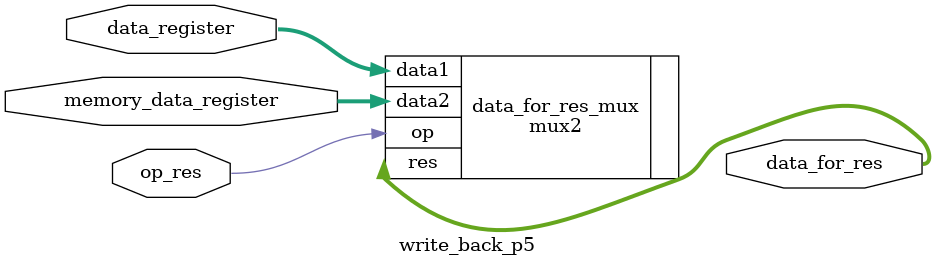
<source format=v>
module write_back_p5(

  input [15:0] data_register,
  input [15:0] memory_data_register,
  input op_res,
  output [15:0] data_for_res);

  mux2 #(.WIDTH(16)) data_for_res_mux(
    .data1(data_register),
    .data2(memory_data_register),
    .op(op_res),
    .res(data_for_res));

endmodule

</source>
